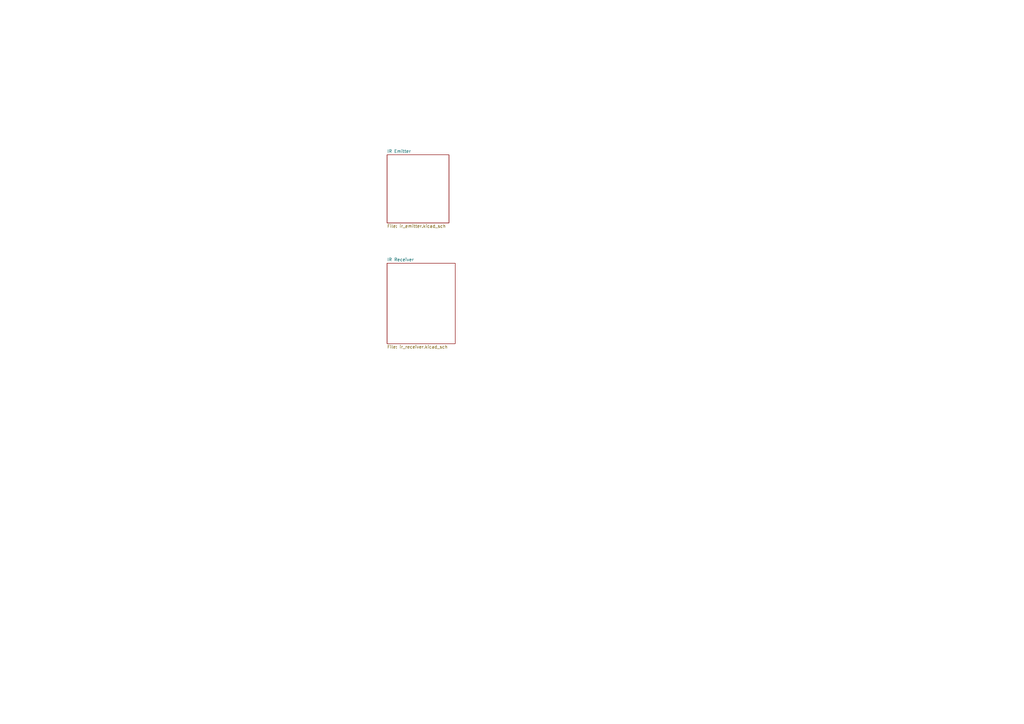
<source format=kicad_sch>
(kicad_sch
	(version 20250114)
	(generator "eeschema")
	(generator_version "9.0")
	(uuid "2a1d519c-d71f-4a1f-bd69-c1b0690c5daa")
	(paper "A3")
	(title_block
		(title "Rabosa_Bot")
		(rev "1.0")
		(company "XorvaLabs")
	)
	(lib_symbols)
	(sheet
		(at 158.75 107.95)
		(size 27.94 33.02)
		(exclude_from_sim no)
		(in_bom yes)
		(on_board yes)
		(dnp no)
		(fields_autoplaced yes)
		(stroke
			(width 0.1524)
			(type solid)
		)
		(fill
			(color 0 0 0 0.0000)
		)
		(uuid "a5efa77d-83b1-49e1-9e3c-7eec14ad5646")
		(property "Sheetname" "IR Receiver"
			(at 158.75 107.2384 0)
			(effects
				(font
					(size 1.27 1.27)
				)
				(justify left bottom)
			)
		)
		(property "Sheetfile" "ir_receiver.kicad_sch"
			(at 158.75 141.5546 0)
			(effects
				(font
					(size 1.27 1.27)
				)
				(justify left top)
			)
		)
		(instances
			(project "Rabosa"
				(path "/13e49f49-407a-475a-af0d-9dd4b4e16751/146680dc-2b0a-423b-b625-b6c63df916e9"
					(page "4")
				)
			)
		)
	)
	(sheet
		(at 158.75 63.5)
		(size 25.4 27.94)
		(exclude_from_sim no)
		(in_bom yes)
		(on_board yes)
		(dnp no)
		(fields_autoplaced yes)
		(stroke
			(width 0.1524)
			(type solid)
		)
		(fill
			(color 0 0 0 0.0000)
		)
		(uuid "c2379c75-2e51-4ec8-a361-23dc6b933a57")
		(property "Sheetname" "IR Emitter"
			(at 158.75 62.7884 0)
			(effects
				(font
					(size 1.27 1.27)
				)
				(justify left bottom)
			)
		)
		(property "Sheetfile" "ir_emitter.kicad_sch"
			(at 158.75 92.0246 0)
			(effects
				(font
					(size 1.27 1.27)
				)
				(justify left top)
			)
		)
		(instances
			(project "Rabosa"
				(path "/13e49f49-407a-475a-af0d-9dd4b4e16751/146680dc-2b0a-423b-b625-b6c63df916e9"
					(page "3")
				)
			)
		)
	)
)

</source>
